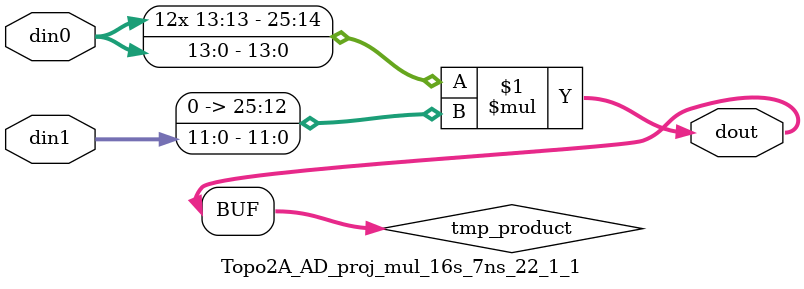
<source format=v>

`timescale 1 ns / 1 ps

 module Topo2A_AD_proj_mul_16s_7ns_22_1_1(din0, din1, dout);
parameter ID = 1;
parameter NUM_STAGE = 0;
parameter din0_WIDTH = 14;
parameter din1_WIDTH = 12;
parameter dout_WIDTH = 26;

input [din0_WIDTH - 1 : 0] din0; 
input [din1_WIDTH - 1 : 0] din1; 
output [dout_WIDTH - 1 : 0] dout;

wire signed [dout_WIDTH - 1 : 0] tmp_product;


























assign tmp_product = $signed(din0) * $signed({1'b0, din1});









assign dout = tmp_product;





















endmodule

</source>
